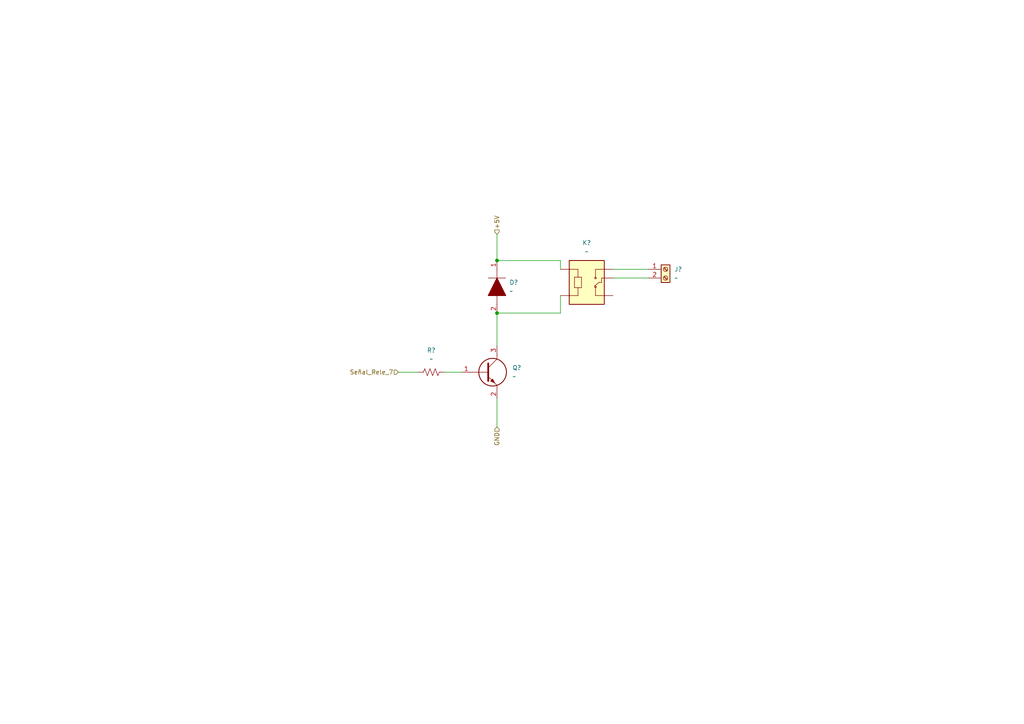
<source format=kicad_sch>
(kicad_sch (version 20211123) (generator eeschema)
  (paper "A4")
  (lib_symbols
    (symbol "Connector:Screw_Terminal_01x02" (pin_names (offset 1.016) hide)
      (property "Reference" "J" (at 0 2.54 0))
      (property "Value" "Screw_Terminal_01x02" (at 0 -5.08 0))
      (symbol "Screw_Terminal_01x02_1_1"
        (rectangle (start -1.27 1.27) (end 1.27 -3.81) (stroke (width 0.254)) (fill (type background)))
        (circle (center 0 -2.54) (radius 0.635) (stroke (width 0.1524)))
        (polyline (pts (xy -0.5334 -2.2098) (xy 0.3302 -3.048)) (stroke (width 0.1524)))
        (polyline (pts (xy -0.5334 0.3302) (xy 0.3302 -0.508)) (stroke (width 0.1524)))
        (polyline (pts (xy -0.3556 -2.032) (xy 0.508 -2.8702)) (stroke (width 0.1524)))
        (polyline (pts (xy -0.3556 0.508) (xy 0.508 -0.3302)) (stroke (width 0.1524)))
        (circle (center 0 0) (radius 0.635) (stroke (width 0.1524)))
        (pin passive line (at -5.08 0 0) (length 3.81) (name "Pin_1") (number "1"))
        (pin passive line (at -5.08 -2.54 0) (length 3.81) (name "Pin_2") (number "2"))
      )
    )
    (symbol "Device:R_US" (pin_numbers hide) (pin_names (offset 0))
      (property "Reference" "R" (at 2.54 0 90))
      (property "Value" "R_US" (at -2.54 0 90))
      (symbol "R_US_0_1"
        (polyline (pts (xy 0 -2.286) (xy 0 -2.54)))
        (polyline (pts (xy 0 2.286) (xy 0 2.54)))
        (polyline (pts (xy 0 -0.762) (xy 1.016 -1.143) (xy 0 -1.524) (xy -1.016 -1.905) (xy 0 -2.286)))
        (polyline (pts (xy 0 0.762) (xy 1.016 0.381) (xy 0 0) (xy -1.016 -0.381) (xy 0 -0.762)))
        (polyline (pts (xy 0 2.286) (xy 1.016 1.905) (xy 0 1.524) (xy -1.016 1.143) (xy 0 0.762)))
      )
      (symbol "R_US_1_1"
        (pin passive line (at 0 3.81 270) (length 1.27) (name "~") (number "1"))
        (pin passive line (at 0 -3.81 90) (length 1.27) (name "~") (number "2"))
      )
    )
    (symbol "FM4003-W:FM4003-W" (pin_names (offset 0.762))
      (property "Reference" "D" (at 11.43 5.08 0))
      (property "Value" "FM4003-W" (at 11.43 2.54 0))
      (symbol "FM4003-W_0_0"
        (pin passive line (at 0 0 0) (length 2.54) (name "~") (number "1"))
        (pin passive line (at 15.24 0 180) (length 2.54) (name "~") (number "2"))
      )
      (symbol "FM4003-W_0_1"
        (polyline (pts (xy 2.54 0) (xy 5.08 0)) (stroke (width 0.1524)))
        (polyline (pts (xy 5.08 2.54) (xy 5.08 -2.54)) (stroke (width 0.1524)))
        (polyline (pts (xy 10.16 0) (xy 12.7 0)) (stroke (width 0.1524)))
        (polyline (pts (xy 5.08 0) (xy 10.16 2.54) (xy 10.16 -2.54) (xy 5.08 0)) (stroke (width 0.254)) (fill (type outline)))
      )
    )
    (symbol "PMBT3904,235:PMBT3904,235" (pin_names (offset 0.762))
      (property "Reference" "Q" (at 13.97 1.27 0))
      (property "Value" "PMBT3904,235" (at 13.97 -1.27 0))
      (symbol "PMBT3904,235_0_0"
        (pin passive line (at 0 0 0) (length 2.54) (name "~") (number "1"))
        (pin passive line (at 10.16 -7.62 90) (length 2.54) (name "~") (number "2"))
        (pin passive line (at 10.16 7.62 270) (length 2.54) (name "~") (number "3"))
      )
      (symbol "PMBT3904,235_0_1"
        (polyline (pts (xy 2.54 0) (xy 7.62 0)) (stroke (width 0.1524)))
        (polyline (pts (xy 7.62 -1.27) (xy 10.16 -3.81)) (stroke (width 0.1524)))
        (polyline (pts (xy 7.62 1.27) (xy 10.16 3.81)) (stroke (width 0.1524)))
        (polyline (pts (xy 7.62 2.54) (xy 7.62 -2.54)) (stroke (width 0.508)))
        (polyline (pts (xy 10.16 -3.81) (xy 10.16 -5.08)) (stroke (width 0.1524)))
        (polyline (pts (xy 10.16 3.81) (xy 10.16 5.08)) (stroke (width 0.1524)))
        (polyline (pts (xy 8.382 -2.54) (xy 8.89 -2.032) (xy 9.398 -3.048) (xy 8.382 -2.54)) (stroke (width 0.254)) (fill (type outline)))
        (circle (center 8.89 0) (radius 4.0132) (stroke (width 0.254)))
      )
    )
    (symbol "SRD-05VDC-SL-C:SRD-05VDC-SL-C" (pin_numbers hide) (pin_names (offset 1.016) hide)
      (property "Reference" "K" (at -5.08 5.842 0))
      (property "Value" "SRD-05VDC-SL-C" (at -5.08 -10.16 0))
      (symbol "SRD-05VDC-SL-C_0_0"
        (rectangle (start -5.08 -7.62) (end 5.08 5.08) (stroke (width 0.254)) (fill (type background)))
        (polyline (pts (xy -5.08 2.54) (xy -2.54 2.54)) (stroke (width 0.1524)))
        (polyline (pts (xy -3.556 -2.794) (xy -2.54 -2.794)) (stroke (width 0.1524)))
        (polyline (pts (xy -3.556 0.254) (xy -3.556 -2.794)) (stroke (width 0.1524)))
        (polyline (pts (xy -2.54 -5.08) (xy -5.08 -5.08)) (stroke (width 0.1524)))
        (polyline (pts (xy -2.54 -2.794) (xy -2.54 -5.08)) (stroke (width 0.1524)))
        (polyline (pts (xy -2.54 -2.794) (xy -1.524 -2.794)) (stroke (width 0.1524)))
        (polyline (pts (xy -2.54 0.254) (xy -3.556 0.254)) (stroke (width 0.1524)))
        (polyline (pts (xy -2.54 2.54) (xy -2.54 0.254)) (stroke (width 0.1524)))
        (polyline (pts (xy -1.524 -2.794) (xy -1.524 0.254)) (stroke (width 0.1524)))
        (polyline (pts (xy -1.524 0.254) (xy -2.54 0.254)) (stroke (width 0.1524)))
        (polyline (pts (xy 2.54 -5.08) (xy 5.08 -5.08)) (stroke (width 0.1524)))
        (polyline (pts (xy 2.54 -2.54) (xy 2.54 -5.08)) (stroke (width 0.1524)))
        (polyline (pts (xy 2.54 2.54) (xy 2.54 0)) (stroke (width 0.1524)))
        (polyline (pts (xy 3.556 -1.27) (xy 2.286 -2.286)) (stroke (width 0.1524)))
        (polyline (pts (xy 3.556 -1.27) (xy 4.318 -1.27)) (stroke (width 0.1524)))
        (polyline (pts (xy 4.318 -1.27) (xy 4.318 0)) (stroke (width 0.1524)))
        (polyline (pts (xy 4.318 0) (xy 5.08 0)) (stroke (width 0.1524)))
        (polyline (pts (xy 5.08 2.54) (xy 2.54 2.54)) (stroke (width 0.1524)))
        (circle (center 2.54 -2.54) (radius 0.254) (stroke (width 0.1524)))
        (circle (center 2.54 0) (radius 0.254) (stroke (width 0.1524)))
        (pin passive line (at -7.62 2.54 0) (length 2.54) (name "~") (number "A1"))
        (pin passive line (at -7.62 -5.08 0) (length 2.54) (name "~") (number "A2"))
        (pin passive line (at 7.62 0 180) (length 2.54) (name "~") (number "COM"))
        (pin passive line (at 7.62 -5.08 180) (length 2.54) (name "~") (number "NC"))
        (pin passive line (at 7.62 2.54 180) (length 2.54) (name "~") (number "NO"))
      )
    )
  )
  (junction (at 144.145 75.565))
  (junction (at 144.145 90.805))
  (wire (pts (xy 144.145 90.805) (xy 162.56 90.805)))
  (wire (pts (xy 115.57 107.95) (xy 121.285 107.95)))
  (wire (pts (xy 128.905 107.95) (xy 133.985 107.95)))
  (wire (pts (xy 162.56 75.565) (xy 162.56 78.105)))
  (wire (pts (xy 144.145 75.565) (xy 162.56 75.565)))
  (wire (pts (xy 162.56 90.805) (xy 162.56 85.725)))
  (wire (pts (xy 144.145 115.57) (xy 144.145 123.825)))
  (wire (pts (xy 177.8 80.645) (xy 187.96 80.645)))
  (wire (pts (xy 177.8 78.105) (xy 187.96 78.105)))
  (wire (pts (xy 144.145 67.945) (xy 144.145 75.565)))
  (wire (pts (xy 144.145 90.805) (xy 144.145 100.33)))
  (hierarchical_label "Señal_Rele_7" (shape input) (at 115.57 107.95 180))
  (hierarchical_label "+5V" (shape input) (at 144.145 67.945 90))
  (hierarchical_label "GND" (shape input) (at 144.145 123.825 270))
  (symbol (lib_id "Device:R_US") (at 125.095 107.95 90) (unit 1)
    (property "Reference" "R?" (at 125.095 101.6 90))
    (property "Value" "~" (at 125.095 104.14 90))
  )
  (symbol (lib_id "FM4003-W:FM4003-W") (at 144.145 75.565 270) (unit 1)
    (property "Reference" "D?" (at 147.7264 81.9149 90) (effects (justify left)))
    (property "Value" "~" (at 147.7264 84.4549 90) (effects (justify left)))
    (property "Datasheet" "https://componentsearchengine.com/Datasheets/1/FM4003-W.pdf" (effects hide))
    (property "Description" "Rectifiers 1A 200V GP" (effects hide))
    (property "Height" "2.31" (effects hide))
    (property "Manufacturer_Name" "Rectron" (effects hide))
    (property "Manufacturer_Part_Number" "FM4003-W" (effects hide))
    (property "Mouser Part Number" "583-FM4003-W" (effects hide))
    (property "Mouser Price/Stock" "https://www.mouser.co.uk/ProductDetail/Rectron/FM4003-W/?qs=5h8Q3Z7TNRlJu6QU92Ho0w%3D%3D" (effects hide))
    (property "Arrow Part Number" "FM4003-W" (effects hide))
    (property "Arrow Price/Stock" "https://www.arrow.com/en/products/fm4003-w/rectron" (effects hide))
  )
  (symbol (lib_id "Connector:Screw_Terminal_01x02") (at 193.04 78.105 0) (unit 1)
    (property "Reference" "J?" (at 195.58 78.1049 0) (effects (justify left)))
    (property "Value" "~" (at 195.58 80.6449 0) (effects (justify left)))
  )
  (symbol (lib_id "SRD-05VDC-SL-C:SRD-05VDC-SL-C") (at 170.18 80.645 0) (unit 1)
    (property "Reference" "K?" (at 170.18 70.4342 0))
    (property "Value" "~" (at 170.18 72.9742 0))
    (property "MANUFACTURER" "SONGLE RELAY" (effects hide))
    (property "STANDARD" "IPC-7251" (effects hide))
  )
  (symbol (lib_id "PMBT3904,235:PMBT3904,235") (at 133.985 107.95 0) (unit 1)
    (property "Reference" "Q?" (at 148.59 106.6799 0) (effects (justify left)))
    (property "Value" "~" (at 148.59 109.2199 0) (effects (justify left)))
    (property "Datasheet" "https://assets.nexperia.com/documents/data-sheet/PMBT3904.pdf" (effects hide))
    (property "Description" "PMBT3904 - NPN switching transistor" (effects hide))
    (property "Height" "1.1" (effects hide))
    (property "Manufacturer_Name" "Nexperia" (effects hide))
    (property "Manufacturer_Part_Number" "PMBT3904,235" (effects hide))
    (property "Mouser Part Number" "771-PMBT3904235" (effects hide))
    (property "Mouser Price/Stock" "https://www.mouser.co.uk/ProductDetail/Nexperia/PMBT3904235?qs=LOCUfHb8d9uziIfl4fmvZg%3D%3D" (effects hide))
    (property "Arrow Part Number" "PMBT3904,235" (effects hide))
    (property "Arrow Price/Stock" "https://www.arrow.com/en/products/pmbt3904235/nexperia?region=nac" (effects hide))
  )
)
</source>
